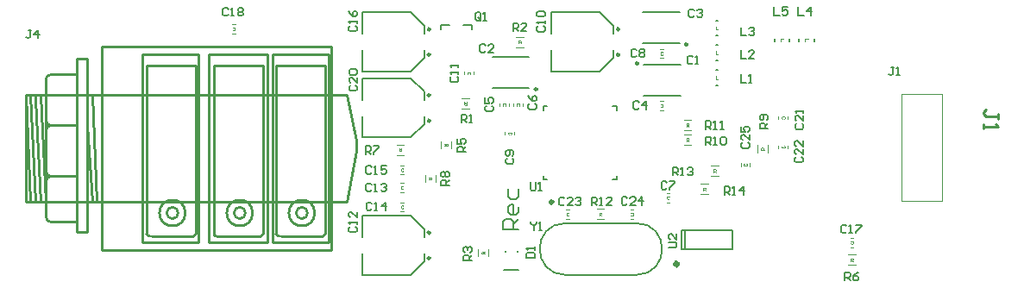
<source format=gto>
G04*
G04 #@! TF.GenerationSoftware,Altium Limited,Altium Designer,23.3.1 (30)*
G04*
G04 Layer_Color=65535*
%FSLAX44Y44*%
%MOMM*%
G71*
G04*
G04 #@! TF.SameCoordinates,75414D67-6E7D-4D71-9163-A58272906682*
G04*
G04*
G04 #@! TF.FilePolarity,Positive*
G04*
G01*
G75*
%ADD10C,0.2540*%
%ADD11C,0.2500*%
%ADD12C,0.2000*%
%ADD13C,0.3000*%
%ADD14C,0.5000*%
%ADD15C,0.1000*%
%ADD16C,0.1500*%
%ADD17C,0.1270*%
%ADD18C,0.0500*%
D10*
X208056Y66292D02*
G03*
X208056Y66292I-5588J0D01*
G01*
X215168D02*
G03*
X215168Y66292I-12700J0D01*
G01*
X147096Y66292D02*
G03*
X147096Y66292I-5588J0D01*
G01*
X154208D02*
G03*
X154208Y66292I-12700J0D01*
G01*
X81056Y66292D02*
G03*
X81056Y66292I-5588J0D01*
G01*
X88168D02*
G03*
X88168Y66292I-12700J0D01*
G01*
X222788Y43432D02*
G03*
X225328Y45972I0J2540D01*
G01*
X177068D02*
G03*
X182148Y43432I3808J1266D01*
G01*
X161828D02*
G03*
X164368Y45972I0J2540D01*
G01*
X116108D02*
G03*
X118648Y43432I2540J0D01*
G01*
X95788D02*
G03*
X98328Y45972I0J2540D01*
G01*
X50068D02*
G03*
X55148Y43432I3808J1266D01*
G01*
X-48652Y62332D02*
G03*
X-43652Y57332I5000J0D01*
G01*
Y202332D02*
G03*
X-48652Y197332I0J-5000D01*
G01*
Y157332D02*
G03*
X-43652Y152332I5000J0D01*
G01*
D02*
G03*
X-48652Y147332I0J-5000D01*
G01*
Y107332D02*
G03*
X-43652Y102332I5000J0D01*
G01*
D02*
G03*
X-48652Y97332I0J-5000D01*
G01*
X225328Y45972D02*
Y211072D01*
X177068D02*
X225328D01*
X177068Y45972D02*
Y211072D01*
X182148Y43432D02*
X222788D01*
X164368Y45972D02*
Y211072D01*
X116108D02*
X164368D01*
X116108Y45972D02*
Y211072D01*
X118648Y43432D02*
X161828D01*
X98328Y45972D02*
Y211072D01*
X50068D02*
X98328D01*
X50068Y45972D02*
Y211072D01*
X55148Y43432D02*
X95788D01*
X-68550Y182370D02*
X-63724Y77214D01*
Y182370D02*
X-58644Y77214D01*
Y177290D02*
X-58644Y182370D01*
X-58644Y177290D02*
X-53564Y77214D01*
Y182370D02*
X-48738Y77214D01*
X-8606Y152398D02*
X-3526Y77214D01*
Y182370D02*
X1300Y77214D01*
X-43658Y57402D02*
X-18766D01*
X-48738Y157224D02*
Y197356D01*
X-43658Y152398D02*
X-18766D01*
X-48738Y107440D02*
Y147318D01*
X-43658Y102360D02*
X-18766D01*
X-48738Y62228D02*
Y77214D01*
Y97280D01*
X-18766Y152398D02*
Y202436D01*
Y102360D02*
Y152398D01*
Y57402D02*
Y102360D01*
Y217422D02*
X-8606Y217422D01*
X-18766Y202436D02*
Y217422D01*
X-43658Y202436D02*
X-18766Y202436D01*
X-48738Y147318D02*
Y157224D01*
Y97280D02*
Y107440D01*
X-18766Y47242D02*
Y57402D01*
Y47242D02*
X-8606D01*
Y152398D02*
Y217422D01*
Y47242D02*
Y152398D01*
X231424Y182370D02*
X246410D01*
X256316Y137412D01*
X256316Y127252D02*
X256316Y137412D01*
X246410Y77214D02*
X256316Y127252D01*
X231424Y77214D02*
X246410D01*
X6380Y182370D02*
X231424D01*
Y77214D02*
Y182370D01*
X6380Y77214D02*
X231424D01*
X173766Y37336D02*
X228884Y37336D01*
Y222248D01*
X173766D02*
X228884D01*
X173766Y37336D02*
Y222248D01*
X111282Y37336D02*
X168940Y37336D01*
Y222248D01*
X111282D02*
X168940D01*
X111282Y37336D02*
X111282Y222248D01*
X46258Y37336D02*
X101376Y37336D01*
Y222248D01*
X46258D02*
X101376D01*
X46258Y37336D02*
Y222248D01*
X1300Y77214D02*
X6380D01*
X-3526D02*
X1300D01*
X-48738D02*
X-3526D01*
X-53564D02*
X-48738D01*
X-58644D02*
X-53564D01*
X-63724D02*
X-58644D01*
X-68550D02*
X-63724D01*
X231424Y29716D02*
Y77214D01*
Y182370D02*
X231424Y229868D01*
X6380D02*
X231424D01*
X6380Y182370D02*
X6380Y229868D01*
X6380Y77214D02*
Y182370D01*
Y29716D02*
Y77214D01*
Y29716D02*
X231424D01*
X-3526Y182370D02*
X6380Y182370D01*
X-53564D02*
X-3526Y182370D01*
X-58644D02*
X-53564Y182370D01*
X-63724D02*
X-58644Y182370D01*
X-68550Y182370D02*
X-63724D01*
X-68550Y77214D02*
Y182370D01*
X885998Y158482D02*
Y163243D01*
Y160863D01*
X874095D01*
X871715Y163243D01*
Y165623D01*
X874095Y168004D01*
X871715Y153721D02*
Y148960D01*
Y151341D01*
X885998D01*
X883617Y153721D01*
D11*
X328440Y22010D02*
G03*
X328440Y22010I-1250J0D01*
G01*
Y47010D02*
G03*
X328440Y47010I-1250J0D01*
G01*
X580960Y231900D02*
G03*
X580960Y231900I-1250J0D01*
G01*
X532710Y213280D02*
G03*
X532710Y213280I-1250J0D01*
G01*
X328440Y221790D02*
G03*
X328440Y221790I-1250J0D01*
G01*
X328440Y246790D02*
G03*
X328440Y246790I-1250J0D01*
G01*
X328440Y156990D02*
G03*
X328440Y156990I-1250J0D01*
G01*
Y181990D02*
G03*
X328440Y181990I-1250J0D01*
G01*
X433424Y187700D02*
G03*
X433424Y187700I-1250J0D01*
G01*
X514050Y221790D02*
G03*
X514050Y221790I-1250J0D01*
G01*
X514050Y246790D02*
G03*
X514050Y246790I-1250J0D01*
G01*
D12*
X530690Y5560D02*
G03*
X530690Y56360I0J25400D01*
G01*
X461310Y56360D02*
G03*
X461310Y5560I0J-25400D01*
G01*
X690380Y235180D02*
Y237180D01*
X705380Y235180D02*
Y237180D01*
X666300Y235180D02*
Y237180D01*
X681300Y235180D02*
Y237180D01*
X261940Y63510D02*
X309440D01*
X322440Y50510D01*
Y42510D02*
Y50510D01*
X261940Y5510D02*
X309440Y5510D01*
X322440Y18510D01*
Y26510D01*
X261940D02*
X261940Y5510D01*
X261940Y42510D02*
Y63510D01*
X414100Y28000D02*
Y29000D01*
X402100Y28000D02*
Y29000D01*
X461393Y5560D02*
X530449Y5560D01*
X461393Y56360D02*
X530449D01*
X578850Y49110D02*
X578850Y31110D01*
X575100D02*
X625100D01*
X575100Y49110D02*
X625100D01*
X575100Y31110D02*
Y49110D01*
X625100Y31110D02*
Y49110D01*
X608760Y240400D02*
X610760D01*
X608760Y255400D02*
X610760D01*
X608760Y191780D02*
X610760D01*
X608760Y206780D02*
X610760D01*
X608760Y216090D02*
X610760D01*
X608760Y231090D02*
X610760D01*
X537210Y233400D02*
X573210Y233400D01*
X537210Y263400D02*
X573210Y263400D01*
X537960Y211780D02*
X573960Y211780D01*
X537960Y181780D02*
X573960D01*
X339260Y246540D02*
Y250540D01*
X347510Y250540D01*
X369260D02*
X369260Y246540D01*
X361010Y250540D02*
X369260D01*
X261940Y263290D02*
X309440D01*
X322440Y250290D01*
Y242290D02*
Y250290D01*
X261940Y205290D02*
X309440Y205290D01*
X322440Y218290D01*
Y226290D01*
X261940Y205290D02*
Y226290D01*
X261940Y242290D02*
Y263290D01*
Y198490D02*
X309440D01*
X322440Y185490D01*
Y177490D02*
Y185490D01*
X261940Y140490D02*
X309440Y140490D01*
X322440Y153490D01*
Y161490D01*
X261940Y140490D02*
Y161490D01*
X261940Y177490D02*
Y198490D01*
X389674Y189200D02*
X425674D01*
X389674Y219200D02*
X425674Y219200D01*
X447550Y263290D02*
X495050D01*
X508050Y250290D01*
Y242290D02*
Y250290D01*
X447550Y205290D02*
X495050D01*
X508050Y218290D01*
Y226290D01*
X447550Y205290D02*
Y226290D01*
Y242290D02*
Y263290D01*
X415000Y50000D02*
X400005D01*
Y57498D01*
X402504Y59997D01*
X407502D01*
X410002Y57498D01*
Y50000D01*
Y54998D02*
X415000Y59997D01*
Y72493D02*
Y67494D01*
X412501Y64995D01*
X407502D01*
X405003Y67494D01*
Y72493D01*
X407502Y74992D01*
X410002D01*
Y64995D01*
X405003Y89987D02*
Y82490D01*
X407502Y79990D01*
X412501D01*
X415000Y82490D01*
Y89987D01*
D13*
X448910Y77180D02*
G03*
X448910Y77180I-1500J0D01*
G01*
D14*
X571300Y16110D02*
G03*
X571300Y16110I-1250J0D01*
G01*
D15*
X679320Y129720D02*
Y132720D01*
X670320Y129720D02*
Y132720D01*
X134420Y242680D02*
X137420Y242680D01*
X134420Y251680D02*
X137420Y251680D01*
X524880Y60600D02*
X527880D01*
X524880Y69600D02*
X527880D01*
X462080Y69600D02*
X465080D01*
X462080Y60600D02*
X465080D01*
X299480Y76840D02*
X302480D01*
X299480Y67840D02*
X302480Y67840D01*
X299480Y95707D02*
X302480Y95707D01*
X299480Y86707D02*
X302480Y86706D01*
X299480Y113207D02*
X302480D01*
X299480Y104207D02*
X302480Y104207D01*
X323400Y96457D02*
Y103457D01*
X333400Y96457D02*
X333400Y103457D01*
X385160Y30750D02*
X385160Y23750D01*
X375160Y30750D02*
X375160Y23750D01*
X491880Y60100D02*
X498880Y60100D01*
X491880Y70100D02*
X498880D01*
X560390Y85770D02*
X563390Y85770D01*
X560390Y76770D02*
X563390D01*
X594060Y84720D02*
X601060D01*
X594060Y94720D02*
X601060D01*
X604220Y102660D02*
X611220Y102660D01*
X604220Y112660D02*
X611220D01*
X633320Y112220D02*
Y115220D01*
X642320Y112220D02*
Y115220D01*
X659920Y125970D02*
Y132970D01*
X649920Y125970D02*
Y132970D01*
X679320Y158260D02*
Y161260D01*
X670320Y158260D02*
Y161260D01*
X577780Y133220D02*
X584780D01*
X577780Y143220D02*
X584780D01*
X577780Y147760D02*
X584780D01*
X577780Y157760D02*
X584780Y157760D01*
X554085Y167180D02*
X557085D01*
X554085Y176180D02*
X557085D01*
X554085Y227320D02*
X557085Y227320D01*
X554085Y218320D02*
X557085D01*
X295640Y133390D02*
X302640D01*
X295640Y123390D02*
X302640D01*
X339200Y136600D02*
X339200Y129600D01*
X349200D02*
Y136600D01*
X359510Y178640D02*
X366510Y178640D01*
X359510Y168640D02*
X366510Y168640D01*
X371000Y202200D02*
Y205200D01*
X362000Y202200D02*
Y205200D01*
X410960Y142920D02*
Y145920D01*
X401960D02*
X401960Y142920D01*
X405732Y171059D02*
X405732Y174059D01*
X396732Y174059D02*
X396732Y171059D01*
X419132Y174059D02*
X419132Y171059D01*
X410132Y171059D02*
Y174059D01*
X412890Y229190D02*
X419890D01*
X412890Y239190D02*
X419890Y239190D01*
X740800Y32760D02*
X743800D01*
X740800Y41760D02*
X743800Y41760D01*
X738800Y15320D02*
X745800Y15320D01*
X738800Y25320D02*
X745800Y25320D01*
X673821Y132219D02*
X673321Y131719D01*
Y130720D01*
X673821Y130220D01*
X675820D01*
X676320Y130720D01*
Y131719D01*
X675820Y132219D01*
X134921Y246181D02*
X135421Y245681D01*
X136420D01*
X136920Y246181D01*
Y248180D01*
X136420Y248680D01*
X135421D01*
X134921Y248180D01*
X699379Y237180D02*
X696380D01*
Y235181D01*
X675299Y237180D02*
X672300D01*
Y235181D01*
X525381Y64101D02*
X525881Y63601D01*
X526880D01*
X527380Y64101D01*
Y66100D01*
X526880Y66600D01*
X525881D01*
X525381Y66100D01*
X464579Y66099D02*
X464080Y66599D01*
X463080D01*
X462580Y66099D01*
Y64100D01*
X463080Y63600D01*
X464080D01*
X464579Y64100D01*
X301979Y73339D02*
X301479Y73839D01*
X300480D01*
X299980Y73339D01*
Y71340D01*
X300480Y70840D01*
X301479D01*
X301979Y71340D01*
Y92206D02*
X301479Y92706D01*
X300480D01*
X299980Y92206D01*
Y90206D01*
X300480Y89707D01*
X301479D01*
X301979Y90206D01*
Y109706D02*
X301479Y110206D01*
X300480D01*
X299980Y109706D01*
Y107706D01*
X300480Y107207D01*
X301479D01*
X301979Y107706D01*
X326900Y100957D02*
X329899D01*
Y99457D01*
X329399Y98957D01*
X328400D01*
X327900Y99457D01*
Y100957D01*
Y99957D02*
X326900Y98957D01*
X381660Y26250D02*
X378661D01*
Y27750D01*
X379161Y28249D01*
X380160D01*
X380660Y27750D01*
Y26250D01*
Y27250D02*
X381660Y28249D01*
X494380Y63600D02*
Y66599D01*
X495880D01*
X496379Y66099D01*
Y65100D01*
X495880Y64600D01*
X494380D01*
X495380D02*
X496379Y63600D01*
X562889Y82269D02*
X562390Y82769D01*
X561390D01*
X560890Y82269D01*
Y80270D01*
X561390Y79770D01*
X562390D01*
X562889Y80270D01*
X596560Y88220D02*
Y91219D01*
X598060D01*
X598559Y90719D01*
Y89719D01*
X598060Y89220D01*
X596560D01*
X597560D02*
X598559Y88220D01*
X606720Y106160D02*
Y109159D01*
X608219D01*
X608719Y108659D01*
Y107660D01*
X608219Y107160D01*
X606720D01*
X607720D02*
X608719Y106160D01*
X636821Y114719D02*
X636321Y114220D01*
Y113220D01*
X636821Y112720D01*
X638820D01*
X639320Y113220D01*
Y114220D01*
X638820Y114719D01*
X656420Y128470D02*
X653421D01*
Y129970D01*
X653921Y130469D01*
X654920D01*
X655420Y129970D01*
Y128470D01*
Y129470D02*
X656420Y130469D01*
X675819Y158761D02*
X676319Y159260D01*
Y160260D01*
X675819Y160760D01*
X673820D01*
X673320Y160260D01*
Y159260D01*
X673820Y158761D01*
X608760Y249399D02*
Y246400D01*
X610759D01*
X608760Y200779D02*
Y197780D01*
X610759D01*
X608760Y225089D02*
Y222090D01*
X610759D01*
X580280Y136720D02*
Y139719D01*
X581780D01*
X582279Y139219D01*
Y138219D01*
X581780Y137720D01*
X580280D01*
X581280D02*
X582279Y136720D01*
X580280Y151260D02*
Y154259D01*
X581780D01*
X582279Y153759D01*
Y152760D01*
X581780Y152260D01*
X580280D01*
X581280D02*
X582279Y151260D01*
X554586Y170681D02*
X555085Y170181D01*
X556085D01*
X556585Y170681D01*
Y172680D01*
X556085Y173180D01*
X555085D01*
X554586Y172680D01*
X556584Y223819D02*
X556085Y224319D01*
X555085D01*
X554585Y223819D01*
Y221820D01*
X555085Y221320D01*
X556085D01*
X556584Y221820D01*
X300140Y129890D02*
Y126891D01*
X298640D01*
X298141Y127391D01*
Y128390D01*
X298640Y128890D01*
X300140D01*
X299140D02*
X298141Y129890D01*
X342700Y134100D02*
X345699D01*
Y132600D01*
X345199Y132101D01*
X344200D01*
X343700Y132600D01*
Y134100D01*
Y133100D02*
X342700Y132101D01*
X364010Y175140D02*
Y172141D01*
X362510D01*
X362011Y172641D01*
Y173640D01*
X362510Y174140D01*
X364010D01*
X363010D02*
X362011Y175140D01*
X367499Y202701D02*
X367999Y203200D01*
Y204200D01*
X367499Y204700D01*
X365500D01*
X365000Y204200D01*
Y203200D01*
X365500Y202701D01*
X407459Y143421D02*
X407959Y143920D01*
Y144920D01*
X407459Y145420D01*
X405460D01*
X404960Y144920D01*
Y143920D01*
X405460Y143421D01*
X402231Y171559D02*
X402731Y172059D01*
Y173059D01*
X402231Y173559D01*
X400232D01*
X399732Y173059D01*
Y172059D01*
X400232Y171559D01*
X415631Y171559D02*
X416131Y172059D01*
Y173059D01*
X415631Y173559D01*
X413632D01*
X413132Y173059D01*
Y172059D01*
X413632Y171559D01*
X415390Y232690D02*
Y235689D01*
X416890D01*
X417389Y235189D01*
Y234189D01*
X416890Y233690D01*
X415390D01*
X416390D02*
X417389Y232690D01*
X741301Y36261D02*
X741800Y35761D01*
X742800D01*
X743300Y36261D01*
Y38260D01*
X742800Y38760D01*
X741800D01*
X741301Y38260D01*
X741300Y18820D02*
Y21819D01*
X742799D01*
X743299Y21319D01*
Y20319D01*
X742799Y19820D01*
X741300D01*
X742300D02*
X743299Y18820D01*
D16*
X401100Y10500D02*
X415100D01*
X687462Y121175D02*
X686129Y119842D01*
Y117177D01*
X687462Y115844D01*
X692793D01*
X694126Y117177D01*
Y119842D01*
X692793Y121175D01*
X694126Y129173D02*
Y123841D01*
X688794Y129173D01*
X687462D01*
X686129Y127840D01*
Y125174D01*
X687462Y123841D01*
X694126Y137170D02*
Y131839D01*
X688794Y137170D01*
X687462D01*
X686129Y135837D01*
Y133171D01*
X687462Y131839D01*
X586276Y219256D02*
X584943Y220589D01*
X582277D01*
X580944Y219256D01*
Y213925D01*
X582277Y212592D01*
X584943D01*
X586276Y213925D01*
X588941Y212592D02*
X591607D01*
X590274D01*
Y220589D01*
X588941Y219256D01*
X382731Y230571D02*
X381399Y231903D01*
X378733D01*
X377400Y230571D01*
Y225239D01*
X378733Y223906D01*
X381399D01*
X382731Y225239D01*
X390729Y223906D02*
X385397D01*
X390729Y229238D01*
Y230571D01*
X389396Y231903D01*
X386730D01*
X385397Y230571D01*
X587532Y265140D02*
X586199Y266473D01*
X583533D01*
X582200Y265140D01*
Y259809D01*
X583533Y258476D01*
X586199D01*
X587532Y259809D01*
X590197Y265140D02*
X591530Y266473D01*
X594196D01*
X595529Y265140D01*
Y263808D01*
X594196Y262475D01*
X592863D01*
X594196D01*
X595529Y261142D01*
Y259809D01*
X594196Y258476D01*
X591530D01*
X590197Y259809D01*
X533407Y174625D02*
X532074Y175957D01*
X529408D01*
X528075Y174625D01*
Y169293D01*
X529408Y167960D01*
X532074D01*
X533407Y169293D01*
X540071Y167960D02*
Y175957D01*
X536072Y171959D01*
X541404D01*
X383821Y171502D02*
X382489Y170169D01*
Y167503D01*
X383821Y166170D01*
X389153D01*
X390486Y167503D01*
Y170169D01*
X389153Y171502D01*
X382489Y179499D02*
Y174167D01*
X386487D01*
X385154Y176833D01*
Y178166D01*
X386487Y179499D01*
X389153D01*
X390486Y178166D01*
Y175500D01*
X389153Y174167D01*
X426072Y173464D02*
X424739Y172131D01*
Y169465D01*
X426072Y168132D01*
X431403D01*
X432736Y169465D01*
Y172131D01*
X431403Y173464D01*
X424739Y181461D02*
X426072Y178795D01*
X428737Y176129D01*
X431403D01*
X432736Y177462D01*
Y180128D01*
X431403Y181461D01*
X430070D01*
X428737Y180128D01*
Y176129D01*
X560688Y96117D02*
X559355Y97449D01*
X556689D01*
X555356Y96117D01*
Y90785D01*
X556689Y89452D01*
X559355D01*
X560688Y90785D01*
X563353Y97449D02*
X568685D01*
Y96117D01*
X563353Y90785D01*
Y89452D01*
X531095Y226049D02*
X529762Y227381D01*
X527096D01*
X525763Y226049D01*
Y220717D01*
X527096Y219384D01*
X529762D01*
X531095Y220717D01*
X533760Y226049D02*
X535093Y227381D01*
X537759D01*
X539092Y226049D01*
Y224716D01*
X537759Y223383D01*
X539092Y222050D01*
Y220717D01*
X537759Y219384D01*
X535093D01*
X533760Y220717D01*
Y222050D01*
X535093Y223383D01*
X533760Y224716D01*
Y226049D01*
X535093Y223383D02*
X537759D01*
X403761Y119836D02*
X402429Y118503D01*
Y115837D01*
X403761Y114504D01*
X409093D01*
X410426Y115837D01*
Y118503D01*
X409093Y119836D01*
Y122501D02*
X410426Y123834D01*
Y126500D01*
X409093Y127833D01*
X403761D01*
X402429Y126500D01*
Y123834D01*
X403761Y122501D01*
X405094D01*
X406427Y123834D01*
Y127833D01*
X434557Y249626D02*
X433225Y248293D01*
Y245627D01*
X434557Y244294D01*
X439889D01*
X441222Y245627D01*
Y248293D01*
X439889Y249626D01*
X441222Y252291D02*
Y254957D01*
Y253624D01*
X433225D01*
X434557Y252291D01*
Y258956D02*
X433225Y260289D01*
Y262955D01*
X434557Y264288D01*
X439889D01*
X441222Y262955D01*
Y260289D01*
X439889Y258956D01*
X434557D01*
X349339Y200208D02*
X348007Y198875D01*
Y196209D01*
X349339Y194876D01*
X354671D01*
X356004Y196209D01*
Y198875D01*
X354671Y200208D01*
X356004Y202873D02*
Y205539D01*
Y204206D01*
X348007D01*
X349339Y202873D01*
X356004Y209538D02*
Y212204D01*
Y210871D01*
X348007D01*
X349339Y209538D01*
X249800Y52787D02*
X248467Y51455D01*
Y48789D01*
X249800Y47456D01*
X255131D01*
X256464Y48789D01*
Y51455D01*
X255131Y52787D01*
X256464Y55453D02*
Y58119D01*
Y56786D01*
X248467D01*
X249800Y55453D01*
X256464Y67449D02*
Y62118D01*
X251133Y67449D01*
X249800D01*
X248467Y66117D01*
Y63451D01*
X249800Y62118D01*
X270763Y94075D02*
X269431Y95408D01*
X266765D01*
X265432Y94075D01*
Y88743D01*
X266765Y87410D01*
X269431D01*
X270763Y88743D01*
X273429Y87410D02*
X276095D01*
X274762D01*
Y95408D01*
X273429Y94075D01*
X280094D02*
X281427Y95408D01*
X284093D01*
X285425Y94075D01*
Y92742D01*
X284093Y91409D01*
X282760D01*
X284093D01*
X285425Y90076D01*
Y88743D01*
X284093Y87410D01*
X281427D01*
X280094Y88743D01*
X271014Y75521D02*
X269681Y76853D01*
X267015D01*
X265682Y75521D01*
Y70189D01*
X267015Y68856D01*
X269681D01*
X271014Y70189D01*
X273679Y68856D02*
X276345D01*
X275012D01*
Y76853D01*
X273679Y75521D01*
X284343Y68856D02*
Y76853D01*
X280344Y72855D01*
X285676D01*
X270763Y111205D02*
X269431Y112538D01*
X266765D01*
X265432Y111205D01*
Y105873D01*
X266765Y104541D01*
X269431D01*
X270763Y105873D01*
X273429Y104541D02*
X276095D01*
X274762D01*
Y112538D01*
X273429Y111205D01*
X285425Y112538D02*
X280094D01*
Y108539D01*
X282760Y109872D01*
X284093D01*
X285425Y108539D01*
Y105873D01*
X284093Y104541D01*
X281427D01*
X280094Y105873D01*
X249807Y249952D02*
X248475Y248619D01*
Y245953D01*
X249807Y244620D01*
X255139D01*
X256472Y245953D01*
Y248619D01*
X255139Y249952D01*
X256472Y252617D02*
Y255283D01*
Y253950D01*
X248475D01*
X249807Y252617D01*
X248475Y264614D02*
X249807Y261948D01*
X252473Y259282D01*
X255139D01*
X256472Y260615D01*
Y263281D01*
X255139Y264614D01*
X253806D01*
X252473Y263281D01*
Y259282D01*
X737018Y53245D02*
X735685Y54577D01*
X733019D01*
X731686Y53245D01*
Y47913D01*
X733019Y46580D01*
X735685D01*
X737018Y47913D01*
X739683Y46580D02*
X742349D01*
X741016D01*
Y54577D01*
X739683Y53245D01*
X746348Y54577D02*
X751680D01*
Y53245D01*
X746348Y47913D01*
Y46580D01*
X130222Y266504D02*
X128889Y267837D01*
X126223D01*
X124890Y266504D01*
Y261173D01*
X126223Y259840D01*
X128889D01*
X130222Y261173D01*
X132887Y259840D02*
X135553D01*
X134220D01*
Y267837D01*
X132887Y266504D01*
X139552D02*
X140885Y267837D01*
X143551D01*
X144884Y266504D01*
Y265172D01*
X143551Y263839D01*
X144884Y262506D01*
Y261173D01*
X143551Y259840D01*
X140885D01*
X139552Y261173D01*
Y262506D01*
X140885Y263839D01*
X139552Y265172D01*
Y266504D01*
X140885Y263839D02*
X143551D01*
X250077Y191452D02*
X248745Y190119D01*
Y187453D01*
X250077Y186120D01*
X255409D01*
X256742Y187453D01*
Y190119D01*
X255409Y191452D01*
X256742Y199449D02*
Y194117D01*
X251410Y199449D01*
X250077D01*
X248745Y198116D01*
Y195450D01*
X250077Y194117D01*
Y202115D02*
X248745Y203448D01*
Y206114D01*
X250077Y207446D01*
X255409D01*
X256742Y206114D01*
Y203448D01*
X255409Y202115D01*
X250077D01*
X688113Y154068D02*
X686781Y152735D01*
Y150069D01*
X688113Y148736D01*
X693445D01*
X694778Y150069D01*
Y152735D01*
X693445Y154068D01*
X694778Y162065D02*
Y156733D01*
X689446Y162065D01*
X688113D01*
X686781Y160732D01*
Y158066D01*
X688113Y156733D01*
X694778Y164731D02*
Y167397D01*
Y166064D01*
X686781D01*
X688113Y164731D01*
X460266Y80380D02*
X458933Y81713D01*
X456267D01*
X454934Y80380D01*
Y75049D01*
X456267Y73716D01*
X458933D01*
X460266Y75049D01*
X468263Y73716D02*
X462931D01*
X468263Y79047D01*
Y80380D01*
X466930Y81713D01*
X464264D01*
X462931Y80380D01*
X470929D02*
X472262Y81713D01*
X474927D01*
X476260Y80380D01*
Y79047D01*
X474927Y77715D01*
X473595D01*
X474927D01*
X476260Y76382D01*
Y75049D01*
X474927Y73716D01*
X472262D01*
X470929Y75049D01*
X521826Y80660D02*
X520493Y81993D01*
X517827D01*
X516494Y80660D01*
Y75329D01*
X517827Y73996D01*
X520493D01*
X521826Y75329D01*
X529823Y73996D02*
X524492D01*
X529823Y79328D01*
Y80660D01*
X528490Y81993D01*
X525824D01*
X524492Y80660D01*
X536488Y73996D02*
Y81993D01*
X532489Y77995D01*
X537821D01*
X635057Y135338D02*
X633725Y134005D01*
Y131339D01*
X635057Y130006D01*
X640389D01*
X641722Y131339D01*
Y134005D01*
X640389Y135338D01*
X641722Y143335D02*
Y138004D01*
X636390Y143335D01*
X635057D01*
X633725Y142002D01*
Y139337D01*
X635057Y138004D01*
X633725Y151333D02*
Y146001D01*
X637723D01*
X636390Y148667D01*
Y150000D01*
X637723Y151333D01*
X640389D01*
X641722Y150000D01*
Y147334D01*
X640389Y146001D01*
X422849Y22226D02*
X430846D01*
Y26225D01*
X429513Y27558D01*
X424182D01*
X422849Y26225D01*
Y22226D01*
X430846Y30223D02*
Y32889D01*
Y31556D01*
X422849D01*
X424182Y30223D01*
X783637Y209451D02*
X780972D01*
X782305D01*
Y202787D01*
X780972Y201454D01*
X779639D01*
X778306Y202787D01*
X786303Y201454D02*
X788969D01*
X787636D01*
Y209451D01*
X786303Y208118D01*
X-63072Y245739D02*
X-65738D01*
X-64405D01*
Y239075D01*
X-65738Y237742D01*
X-67071D01*
X-68404Y239075D01*
X-56408Y237742D02*
Y245739D01*
X-60407Y241741D01*
X-55075D01*
X633282Y202231D02*
Y194234D01*
X638614D01*
X641279D02*
X643945D01*
X642612D01*
Y202231D01*
X641279Y200898D01*
X633282Y226152D02*
Y218154D01*
X638614D01*
X646611D02*
X641279D01*
X646611Y223486D01*
Y224819D01*
X645278Y226152D01*
X642612D01*
X641279Y224819D01*
X633282Y248591D02*
Y240594D01*
X638614D01*
X641279Y247258D02*
X642612Y248591D01*
X645278D01*
X646611Y247258D01*
Y245925D01*
X645278Y244592D01*
X643945D01*
X645278D01*
X646611Y243260D01*
Y241927D01*
X645278Y240594D01*
X642612D01*
X641279Y241927D01*
X689786Y268345D02*
Y260348D01*
X695118D01*
X701782D02*
Y268345D01*
X697783Y264347D01*
X703115D01*
X665910Y268345D02*
Y260348D01*
X671242D01*
X679239Y268345D02*
X673907D01*
Y264347D01*
X676573Y265680D01*
X677906D01*
X679239Y264347D01*
Y261681D01*
X677906Y260348D01*
X675240D01*
X673907Y261681D01*
X378074Y256829D02*
Y262160D01*
X376741Y263493D01*
X374075D01*
X372742Y262160D01*
Y256829D01*
X374075Y255496D01*
X376741D01*
X375408Y258162D02*
X378074Y255496D01*
X376741D02*
X378074Y256829D01*
X380739Y255496D02*
X383405D01*
X382072D01*
Y263493D01*
X380739Y262160D01*
X358918Y155204D02*
Y163201D01*
X362917D01*
X364250Y161868D01*
Y159203D01*
X362917Y157870D01*
X358918D01*
X361584D02*
X364250Y155204D01*
X366915D02*
X369581D01*
X368248D01*
Y163201D01*
X366915Y161868D01*
X409762Y244906D02*
Y252903D01*
X413761D01*
X415094Y251570D01*
Y248905D01*
X413761Y247572D01*
X409762D01*
X412428D02*
X415094Y244906D01*
X423091D02*
X417759D01*
X423091Y250238D01*
Y251570D01*
X421758Y252903D01*
X419092D01*
X417759Y251570D01*
X369144Y19572D02*
X361147D01*
Y23571D01*
X362480Y24904D01*
X365145D01*
X366478Y23571D01*
Y19572D01*
Y22238D02*
X369144Y24904D01*
X362480Y27569D02*
X361147Y28902D01*
Y31568D01*
X362480Y32901D01*
X363812D01*
X365145Y31568D01*
Y30235D01*
Y31568D01*
X366478Y32901D01*
X367811D01*
X369144Y31568D01*
Y28902D01*
X367811Y27569D01*
X363308Y126000D02*
X355311D01*
Y129999D01*
X356643Y131332D01*
X359309D01*
X360642Y129999D01*
Y126000D01*
Y128666D02*
X363308Y131332D01*
X355311Y139329D02*
Y133997D01*
X359309D01*
X357976Y136663D01*
Y137996D01*
X359309Y139329D01*
X361975D01*
X363308Y137996D01*
Y135330D01*
X361975Y133997D01*
X735430Y124D02*
Y8121D01*
X739429D01*
X740762Y6788D01*
Y4123D01*
X739429Y2790D01*
X735430D01*
X738096D02*
X740762Y124D01*
X748759Y8121D02*
X746093Y6788D01*
X743427Y4123D01*
Y1457D01*
X744760Y124D01*
X747426D01*
X748759Y1457D01*
Y2790D01*
X747426Y4123D01*
X743427D01*
X264914Y123992D02*
Y131989D01*
X268913D01*
X270246Y130656D01*
Y127991D01*
X268913Y126658D01*
X264914D01*
X267580D02*
X270246Y123992D01*
X272911Y131989D02*
X278243D01*
Y130656D01*
X272911Y125325D01*
Y123992D01*
X347009Y93444D02*
X339012D01*
Y97443D01*
X340345Y98776D01*
X343011D01*
X344344Y97443D01*
Y93444D01*
Y96110D02*
X347009Y98776D01*
X340345Y101441D02*
X339012Y102774D01*
Y105440D01*
X340345Y106773D01*
X341678D01*
X343011Y105440D01*
X344344Y106773D01*
X345676D01*
X347009Y105440D01*
Y102774D01*
X345676Y101441D01*
X344344D01*
X343011Y102774D01*
X341678Y101441D01*
X340345D01*
X343011Y102774D02*
Y105440D01*
X659924Y149332D02*
X651927D01*
Y153331D01*
X653260Y154663D01*
X655925D01*
X657258Y153331D01*
Y149332D01*
Y151998D02*
X659924Y154663D01*
X658591Y157329D02*
X659924Y158662D01*
Y161328D01*
X658591Y162661D01*
X653260D01*
X651927Y161328D01*
Y158662D01*
X653260Y157329D01*
X654592D01*
X655925Y158662D01*
Y162661D01*
X598866Y133206D02*
Y141203D01*
X602865D01*
X604198Y139871D01*
Y137205D01*
X602865Y135872D01*
X598866D01*
X601532D02*
X604198Y133206D01*
X606863D02*
X609529D01*
X608196D01*
Y141203D01*
X606863Y139871D01*
X613528D02*
X614861Y141203D01*
X617527D01*
X618859Y139871D01*
Y134539D01*
X617527Y133206D01*
X614861D01*
X613528Y134539D01*
Y139871D01*
X598866Y148482D02*
Y156479D01*
X602865D01*
X604198Y155147D01*
Y152481D01*
X602865Y151148D01*
X598866D01*
X601532D02*
X604198Y148482D01*
X606863D02*
X609529D01*
X608196D01*
Y156479D01*
X606863Y155147D01*
X613528Y148482D02*
X616194D01*
X614861D01*
Y156479D01*
X613528Y155147D01*
X486772Y73804D02*
Y81801D01*
X490771D01*
X492104Y80469D01*
Y77803D01*
X490771Y76470D01*
X486772D01*
X489438D02*
X492104Y73804D01*
X494769D02*
X497435D01*
X496102D01*
Y81801D01*
X494769Y80469D01*
X506766Y73804D02*
X501434D01*
X506766Y79136D01*
Y80469D01*
X505433Y81801D01*
X502767D01*
X501434Y80469D01*
X566258Y103138D02*
Y111135D01*
X570257D01*
X571590Y109803D01*
Y107137D01*
X570257Y105804D01*
X566258D01*
X568924D02*
X571590Y103138D01*
X574255D02*
X576921D01*
X575588D01*
Y111135D01*
X574255Y109803D01*
X580920D02*
X582253Y111135D01*
X584919D01*
X586251Y109803D01*
Y108470D01*
X584919Y107137D01*
X583586D01*
X584919D01*
X586251Y105804D01*
Y104471D01*
X584919Y103138D01*
X582253D01*
X580920Y104471D01*
X617098Y84198D02*
Y92195D01*
X621097D01*
X622430Y90863D01*
Y88197D01*
X621097Y86864D01*
X617098D01*
X619764D02*
X622430Y84198D01*
X625095D02*
X627761D01*
X626428D01*
Y92195D01*
X625095Y90863D01*
X635759Y84198D02*
Y92195D01*
X631760Y88197D01*
X637092D01*
X426868Y96613D02*
Y89949D01*
X428201Y88616D01*
X430867D01*
X432200Y89949D01*
Y96613D01*
X434865Y88616D02*
X437531D01*
X436198D01*
Y96613D01*
X434865Y95281D01*
X562411Y32350D02*
X569075D01*
X570408Y33683D01*
Y36349D01*
X569075Y37682D01*
X562411D01*
X570408Y45679D02*
Y40347D01*
X565076Y45679D01*
X563744D01*
X562411Y44346D01*
Y41680D01*
X563744Y40347D01*
X427254Y57513D02*
Y56181D01*
X429920Y53515D01*
X432586Y56181D01*
Y57513D01*
X429920Y53515D02*
Y49516D01*
X435251D02*
X437917D01*
X436584D01*
Y57513D01*
X435251Y56181D01*
D17*
X439410Y103080D02*
X439410Y99180D01*
X443310Y99180D01*
X507510Y99180D02*
X511410D01*
Y103080D01*
Y167280D02*
Y171180D01*
X507510D02*
X511410D01*
X439410D02*
X443310D01*
X439410Y167280D02*
Y171180D01*
D18*
X790989Y183003D02*
X830986D01*
Y78012D02*
Y183003D01*
X790989Y78012D02*
X830986Y78012D01*
X790989Y183003D02*
X790989Y78012D01*
M02*

</source>
